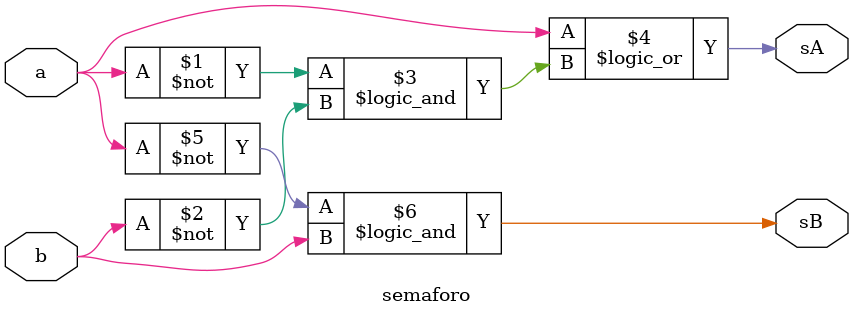
<source format=v>
module semaforo(input a, input b, output sA, output sB);

    assign sA = a || (~a && ~b);
    assign sB = ~a && b;

endmodule

</source>
